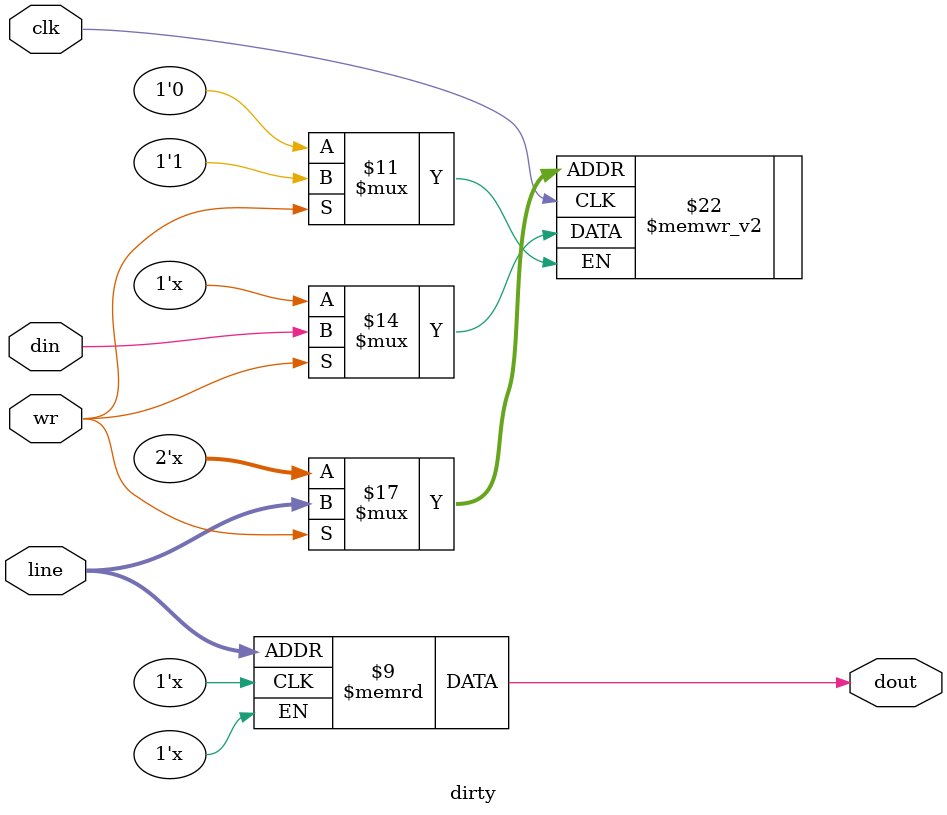
<source format=v>
module dirty ( clk, line, din, wr, dout );
input clk;
input [1:0] line;
input din;
input wr;
output dout;

reg memory[0:3];


always @(posedge clk )
  begin
    if (wr)
      memory[line] <= din; 
  end

assign  dout = memory[line];



endmodule



</source>
